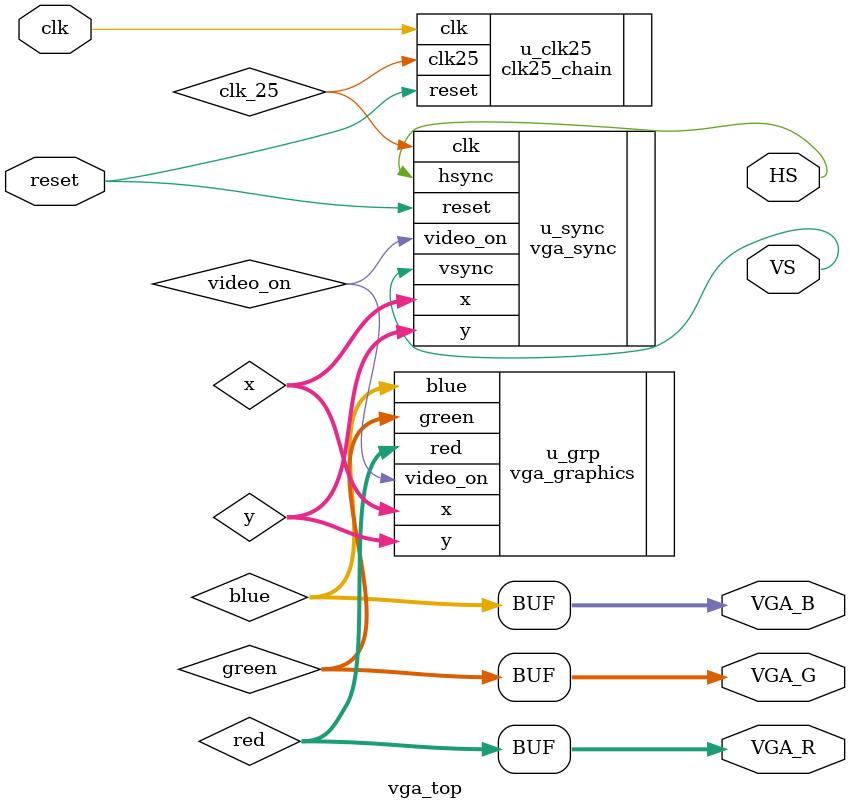
<source format=v>
module vga_top (
    input  wire       clk,
    input  wire       reset,
    output wire       HS,
    output wire       VS,
    output wire [3:0] VGA_R,
    output wire [3:0] VGA_G,
    output wire [3:0] VGA_B
);

    wire clk_25;
    clk25_chain u_clk25 (
        .clk   (clk),
        .reset (reset),
        .clk25 (clk_25)
    );

    wire [9:0] x;
    wire [9:0] y;
    wire       video_on;
    vga_sync u_sync (
        .clk      (clk_25),
        .reset    (reset),
        .x        (x),
        .y        (y),
        .hsync    (HS),
        .vsync    (VS),
        .video_on (video_on)
    );

    wire [3:0] red;
    wire [3:0] green;
    wire [3:0] blue;

    vga_graphics u_grp (
        .x   (x),
        .y   (y),
        .video_on  (video_on),
        .red   (red),
        .green (green),
        .blue  (blue)
    );

    assign VGA_R = red;
    assign VGA_G = green;
    assign VGA_B = blue;

endmodule

</source>
